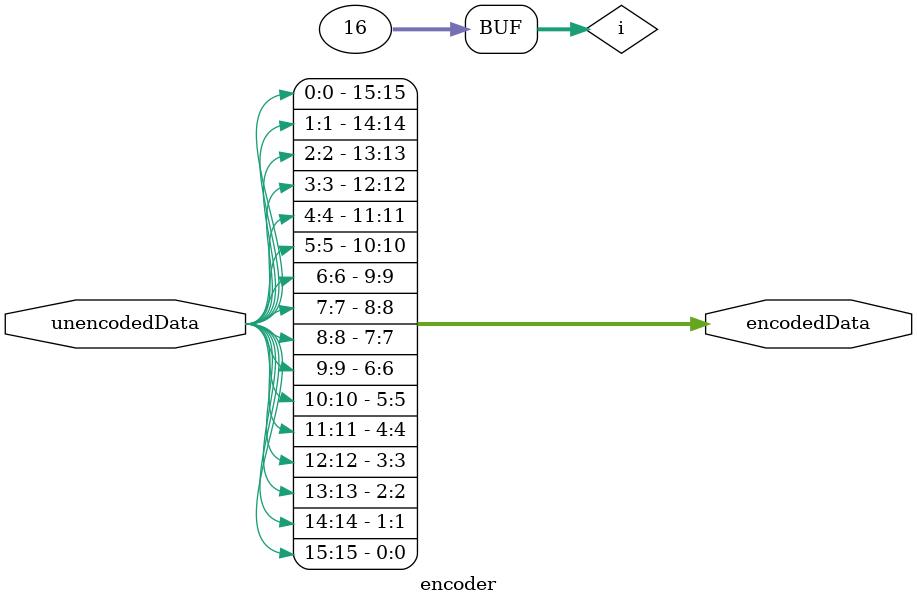
<source format=v>
`timescale 1ns / 1ps

module encoder(unencodedData, encodedData);
  input [15:0] unencodedData;
  output reg [15:0] encodedData;
  
  integer i;
  
  always @ (unencodedData)
    begin 
      for (i = 0; i < 16; i = i + 1)
        begin
          encodedData[i] = unencodedData[15-i];
        end
    end
  
endmodule

</source>
